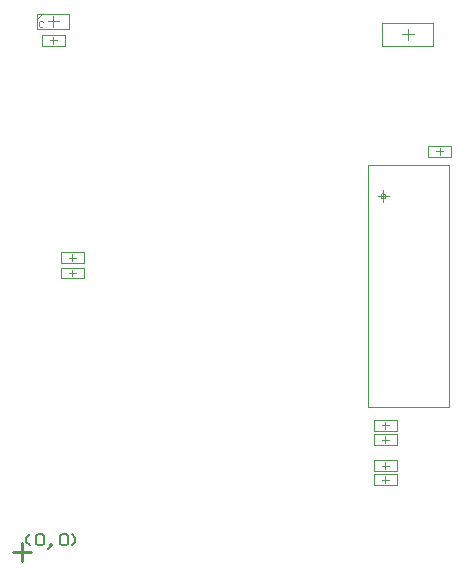
<source format=gbr>
%TF.GenerationSoftware,Altium Limited,Altium Designer,25.5.2 (35)*%
G04 Layer_Color=32768*
%FSLAX45Y45*%
%MOMM*%
%TF.SameCoordinates,04C475F5-62FD-4A33-8D44-780EF8A6E366*%
%TF.FilePolarity,Positive*%
%TF.FileFunction,Other,Assembly_Notes*%
%TF.Part,Single*%
G01*
G75*
%TA.AperFunction,NonConductor*%
%ADD25C,0.20000*%
%ADD45C,0.10000*%
%ADD46C,0.25400*%
D25*
X73322Y53322D02*
X40000Y86645D01*
Y119968D01*
X73322Y153290D01*
X123306Y136629D02*
X139968Y153290D01*
X173290D01*
X189951Y136629D01*
Y69984D01*
X173290Y53322D01*
X139968D01*
X123306Y69984D01*
Y136629D01*
X239936Y36661D02*
X256597Y53322D01*
Y69984D01*
X239936D01*
Y53322D01*
X256597D01*
X239936Y36661D01*
X223274Y20000D01*
X323242Y136629D02*
X339903Y153290D01*
X373226D01*
X389887Y136629D01*
Y69984D01*
X373226Y53322D01*
X339903D01*
X323242Y69984D01*
Y136629D01*
X423210Y53322D02*
X456532Y86645D01*
Y119968D01*
X423210Y153290D01*
D45*
X3086361Y3010000D02*
G03*
X3086361Y3010000I-22361J0D01*
G01*
X3445000Y3434936D02*
X3635000Y3435180D01*
X3445000Y3345364D02*
X3635000Y3344903D01*
X3512500Y3390000D02*
X3567500D01*
X3540000Y3362500D02*
Y3417500D01*
X3445000Y3345364D02*
Y3434936D01*
X3635000Y3344903D02*
Y3435180D01*
X2934000Y1225000D02*
Y2220000D01*
X3233079Y3274079D02*
X3619000D01*
X2934000Y1225000D02*
X3619000D01*
Y3274079D01*
X2934000Y2220000D02*
Y3274079D01*
X3064000Y2960000D02*
Y3060000D01*
X3014000Y3010000D02*
X3114000D01*
X3229000Y3274079D02*
X3233079D01*
X2934000D02*
X3174000D01*
X3229000D01*
X135000Y4550000D02*
X215000D01*
X135000Y4470000D02*
Y4550000D01*
X270000Y4445000D02*
Y4535000D01*
X225000Y4490000D02*
X315000D01*
X135000Y4430000D02*
X405000D01*
Y4550000D01*
X175405D02*
X405000D01*
X135000Y4509594D02*
X175405Y4550000D01*
X135000Y4430000D02*
Y4509594D01*
X175000Y4285000D02*
X365000D01*
Y4375000D01*
X175000Y4285000D02*
Y4375000D01*
X365000D01*
X242500Y4330000D02*
X297500D01*
X270000Y4302500D02*
Y4357500D01*
X2985000Y655000D02*
X3175000D01*
X2985000Y565000D02*
Y655000D01*
X3175000Y565000D02*
Y655000D01*
X2985000Y565000D02*
X3175000D01*
X3052500Y610000D02*
X3107500D01*
X3080000Y582500D02*
Y637500D01*
X2985000Y995000D02*
X3175000D01*
X2985000Y905000D02*
Y995000D01*
X3175000Y905000D02*
Y995000D01*
X2985000Y905000D02*
X3175000D01*
X3052500Y950000D02*
X3107500D01*
X3080000Y922500D02*
Y977500D01*
X2985000Y775000D02*
X3175000D01*
X2985000Y685000D02*
Y775000D01*
X3175000Y685000D02*
Y775000D01*
X2985000Y685000D02*
X3175000D01*
X3052500Y730000D02*
X3107500D01*
X3080000Y702500D02*
Y757500D01*
X2985000Y1115000D02*
X3175000D01*
X2985000Y1025000D02*
Y1115000D01*
X3175000Y1025000D02*
Y1115000D01*
X2985000Y1025000D02*
X3175000D01*
X3052500Y1070000D02*
X3107500D01*
X3080000Y1042500D02*
Y1097500D01*
X335000Y2405000D02*
X525000D01*
X335000Y2315000D02*
Y2405000D01*
X525000Y2315000D02*
Y2405000D01*
X335000Y2315000D02*
X525000D01*
X402500Y2360000D02*
X457500D01*
X430000Y2332500D02*
Y2387500D01*
X335000Y2535000D02*
X525000D01*
X335000Y2445000D02*
Y2535000D01*
X525000Y2445000D02*
Y2535000D01*
X335000Y2445000D02*
X525000D01*
X402500Y2490000D02*
X457500D01*
X430000Y2462500D02*
Y2517500D01*
X3270000Y4330000D02*
Y4430000D01*
X3220000Y4380000D02*
X3320000D01*
X3485839Y4280000D02*
Y4480000D01*
X3054868D02*
X3485839D01*
X3054868Y4280000D02*
X3485839D01*
X3054868D02*
Y4480000D01*
X183322Y4486653D02*
X174992Y4494984D01*
X158331D01*
X150000Y4486653D01*
Y4453331D01*
X158331Y4445000D01*
X174992D01*
X183322Y4453331D01*
D46*
X0Y-76200D02*
Y76200D01*
X-76200Y0D02*
X76200D01*
%TF.MD5,06fc1d484f9164a0fe52d509a9059615*%
M02*

</source>
